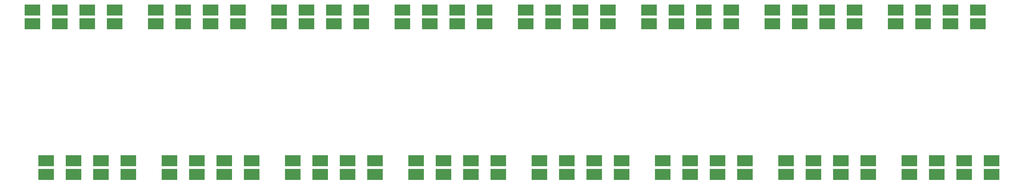
<source format=gbp>
G04 MADE WITH FRITZING*
G04 WWW.FRITZING.ORG*
G04 DOUBLE SIDED*
G04 HOLES PLATED*
G04 CONTOUR ON CENTER OF CONTOUR VECTOR*
%ASAXBY*%
%FSLAX23Y23*%
%MOIN*%
%OFA0B0*%
%SFA1.0B1.0*%
%ADD10R,0.118110X0.078740*%
%LNPASTEMASK0*%
G90*
G70*
G54D10*
X360Y1754D03*
X1260Y1754D03*
X2160Y1754D03*
X3060Y1754D03*
X3960Y1754D03*
X360Y1654D03*
X1260Y1654D03*
X2160Y1654D03*
X3060Y1654D03*
X3960Y1654D03*
X960Y1654D03*
X1860Y1654D03*
X2760Y1654D03*
X3660Y1654D03*
X4560Y1654D03*
X760Y1754D03*
X1660Y1754D03*
X2560Y1754D03*
X3460Y1754D03*
X4360Y1754D03*
X960Y1754D03*
X1860Y1754D03*
X2760Y1754D03*
X3660Y1754D03*
X4560Y1754D03*
X560Y1754D03*
X1460Y1754D03*
X2360Y1754D03*
X3260Y1754D03*
X4160Y1754D03*
X560Y1654D03*
X1460Y1654D03*
X2360Y1654D03*
X3260Y1654D03*
X4160Y1654D03*
X760Y1654D03*
X1660Y1654D03*
X2560Y1654D03*
X3460Y1654D03*
X4360Y1654D03*
X4860Y1754D03*
X4860Y1654D03*
X5460Y1654D03*
X5260Y1754D03*
X5460Y1754D03*
X5060Y1754D03*
X5060Y1654D03*
X5260Y1654D03*
X5760Y1754D03*
X5760Y1654D03*
X6360Y1654D03*
X6160Y1754D03*
X6360Y1754D03*
X5960Y1754D03*
X5960Y1654D03*
X6160Y1654D03*
X6660Y1754D03*
X6660Y1654D03*
X7260Y1654D03*
X7060Y1754D03*
X7260Y1754D03*
X6860Y1754D03*
X6860Y1654D03*
X7060Y1654D03*
X6960Y554D03*
X7360Y554D03*
X6960Y654D03*
X7360Y654D03*
X7160Y654D03*
X7160Y554D03*
X6760Y554D03*
X6760Y654D03*
X6060Y554D03*
X6460Y554D03*
X6060Y654D03*
X6460Y654D03*
X6260Y654D03*
X6260Y554D03*
X5860Y554D03*
X5860Y654D03*
X5160Y554D03*
X5560Y554D03*
X5160Y654D03*
X5560Y654D03*
X5360Y654D03*
X5360Y554D03*
X4960Y554D03*
X4960Y654D03*
X1060Y654D03*
X1960Y654D03*
X2860Y654D03*
X3760Y654D03*
X4660Y654D03*
X1060Y554D03*
X1960Y554D03*
X2860Y554D03*
X3760Y554D03*
X4660Y554D03*
X860Y554D03*
X1760Y554D03*
X2660Y554D03*
X3560Y554D03*
X4460Y554D03*
X860Y654D03*
X1760Y654D03*
X2660Y654D03*
X3560Y654D03*
X4460Y654D03*
X660Y554D03*
X1560Y554D03*
X2460Y554D03*
X3360Y554D03*
X4260Y554D03*
X660Y654D03*
X1560Y654D03*
X2460Y654D03*
X3360Y654D03*
X4260Y654D03*
X460Y554D03*
X1360Y554D03*
X2260Y554D03*
X3160Y554D03*
X4060Y554D03*
X460Y654D03*
X1360Y654D03*
X2260Y654D03*
X3160Y654D03*
X4060Y654D03*
G04 End of PasteMask0*
M02*
</source>
